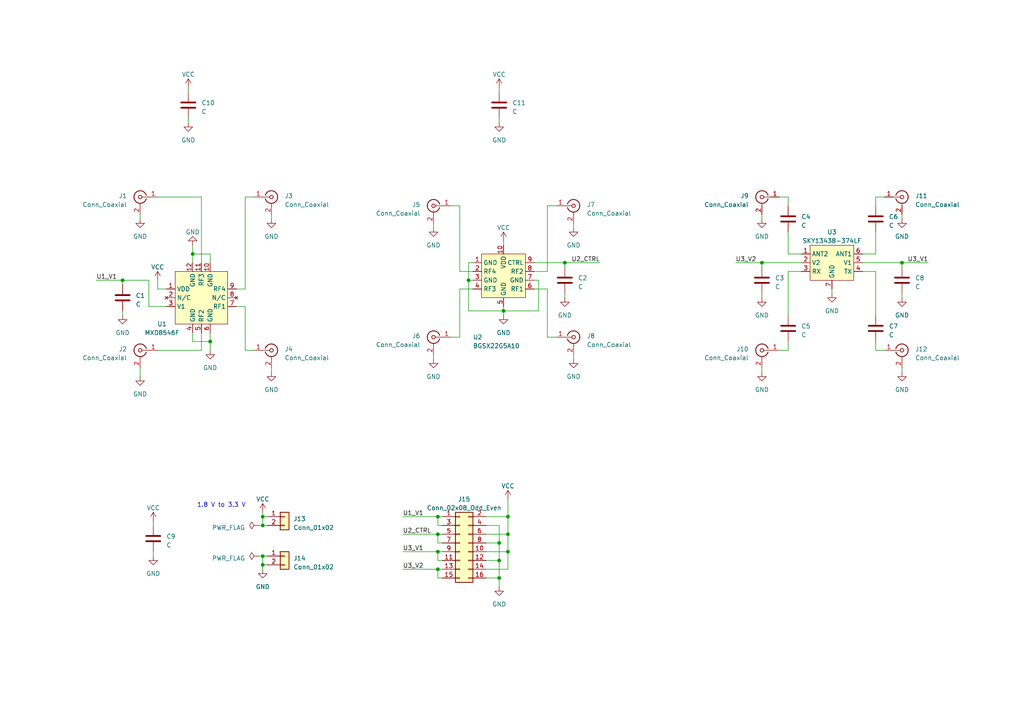
<source format=kicad_sch>
(kicad_sch (version 20230121) (generator eeschema)
  (paper "A4")
  (title_block (title "${TITLE}") (date "${DATE}") (rev "${VERSION}") (company "${COPYRIGHT}") (comment 1 "${LICENSE}"))
  (lib_symbols
    (symbol "Connector:Conn_Coaxial" (pin_names (offset 1.016) hide)
      (property "Reference" "J" (at 0.254 3.048 0))
      (property "Value" "Conn_Coaxial" (at 2.921 0 90))
      (symbol "Conn_Coaxial_0_1"
        (arc (start -1.778 -0.508) (mid 0.2311 -1.8066) (end 1.778 0) (stroke (width 0.254)))
        (polyline (pts (xy -2.54 0) (xy -0.508 0)))
        (polyline (pts (xy 0 -2.54) (xy 0 -1.778)))
        (circle (center 0 0) (radius 0.508) (stroke (width 0.2032)))
        (arc (start 1.778 0) (mid 0.2099 1.8101) (end -1.778 0.508) (stroke (width 0.254)))
      )
      (symbol "Conn_Coaxial_1_1"
        (pin passive line (at -5.08 0 0) (length 2.54) (name "In") (number "1"))
        (pin passive line (at 0 -5.08 90) (length 2.54) (name "Ext") (number "2"))
      )
    )
    (symbol "Connector_Generic:Conn_01x02" (pin_names (offset 1.016) hide)
      (property "Reference" "J" (at 0 2.54 0))
      (property "Value" "Conn_01x02" (at 0 -5.08 0))
      (symbol "Conn_01x02_1_1"
        (rectangle (start -1.27 -2.413) (end 0 -2.667) (stroke (width 0.1524)))
        (rectangle (start -1.27 0.127) (end 0 -0.127) (stroke (width 0.1524)))
        (rectangle (start -1.27 1.27) (end 1.27 -3.81) (stroke (width 0.254)) (fill (type background)))
        (pin passive line (at -5.08 0 0) (length 3.81) (name "Pin_1") (number "1"))
        (pin passive line (at -5.08 -2.54 0) (length 3.81) (name "Pin_2") (number "2"))
      )
    )
    (symbol "Connector_Generic:Conn_02x08_Odd_Even" (pin_names (offset 1.016) hide)
      (property "Reference" "J" (at 1.27 10.16 0))
      (property "Value" "Conn_02x08_Odd_Even" (at 1.27 -12.7 0))
      (symbol "Conn_02x08_Odd_Even_1_1"
        (rectangle (start -1.27 -10.033) (end 0 -10.287) (stroke (width 0.1524)))
        (rectangle (start -1.27 -7.493) (end 0 -7.747) (stroke (width 0.1524)))
        (rectangle (start -1.27 -4.953) (end 0 -5.207) (stroke (width 0.1524)))
        (rectangle (start -1.27 -2.413) (end 0 -2.667) (stroke (width 0.1524)))
        (rectangle (start -1.27 0.127) (end 0 -0.127) (stroke (width 0.1524)))
        (rectangle (start -1.27 2.667) (end 0 2.413) (stroke (width 0.1524)))
        (rectangle (start -1.27 5.207) (end 0 4.953) (stroke (width 0.1524)))
        (rectangle (start -1.27 7.747) (end 0 7.493) (stroke (width 0.1524)))
        (rectangle (start -1.27 8.89) (end 3.81 -11.43) (stroke (width 0.254)) (fill (type background)))
        (rectangle (start 3.81 -10.033) (end 2.54 -10.287) (stroke (width 0.1524)))
        (rectangle (start 3.81 -7.493) (end 2.54 -7.747) (stroke (width 0.1524)))
        (rectangle (start 3.81 -4.953) (end 2.54 -5.207) (stroke (width 0.1524)))
        (rectangle (start 3.81 -2.413) (end 2.54 -2.667) (stroke (width 0.1524)))
        (rectangle (start 3.81 0.127) (end 2.54 -0.127) (stroke (width 0.1524)))
        (rectangle (start 3.81 2.667) (end 2.54 2.413) (stroke (width 0.1524)))
        (rectangle (start 3.81 5.207) (end 2.54 4.953) (stroke (width 0.1524)))
        (rectangle (start 3.81 7.747) (end 2.54 7.493) (stroke (width 0.1524)))
        (pin passive line (at -5.08 7.62 0) (length 3.81) (name "Pin_1") (number "1"))
        (pin passive line (at 7.62 -2.54 180) (length 3.81) (name "Pin_10") (number "10"))
        (pin passive line (at -5.08 -5.08 0) (length 3.81) (name "Pin_11") (number "11"))
        (pin passive line (at 7.62 -5.08 180) (length 3.81) (name "Pin_12") (number "12"))
        (pin passive line (at -5.08 -7.62 0) (length 3.81) (name "Pin_13") (number "13"))
        (pin passive line (at 7.62 -7.62 180) (length 3.81) (name "Pin_14") (number "14"))
        (pin passive line (at -5.08 -10.16 0) (length 3.81) (name "Pin_15") (number "15"))
        (pin passive line (at 7.62 -10.16 180) (length 3.81) (name "Pin_16") (number "16"))
        (pin passive line (at 7.62 7.62 180) (length 3.81) (name "Pin_2") (number "2"))
        (pin passive line (at -5.08 5.08 0) (length 3.81) (name "Pin_3") (number "3"))
        (pin passive line (at 7.62 5.08 180) (length 3.81) (name "Pin_4") (number "4"))
        (pin passive line (at -5.08 2.54 0) (length 3.81) (name "Pin_5") (number "5"))
        (pin passive line (at 7.62 2.54 180) (length 3.81) (name "Pin_6") (number "6"))
        (pin passive line (at -5.08 0 0) (length 3.81) (name "Pin_7") (number "7"))
        (pin passive line (at 7.62 0 180) (length 3.81) (name "Pin_8") (number "8"))
        (pin passive line (at -5.08 -2.54 0) (length 3.81) (name "Pin_9") (number "9"))
      )
    )
    (symbol "Device:C" (pin_numbers hide) (pin_names (offset 0.254))
      (property "Reference" "C" (at 0.635 2.54 0))
      (property "Value" "C" (at 0.635 -2.54 0))
      (symbol "C_0_1"
        (polyline (pts (xy -2.032 -0.762) (xy 2.032 -0.762)) (stroke (width 0.508)))
        (polyline (pts (xy -2.032 0.762) (xy 2.032 0.762)) (stroke (width 0.508)))
      )
      (symbol "C_1_1"
        (pin passive line (at 0 3.81 270) (length 2.794) (name "~") (number "1"))
        (pin passive line (at 0 -3.81 90) (length 2.794) (name "~") (number "2"))
      )
    )
    (symbol "eval:BGSX22G5A10"
      (property "Reference" "U" (at 8.89 11.43 0))
      (property "Value" "BGSX22G5A10" (at 8.89 8.89 0))
      (symbol "BGSX22G5A10_1_1"
        (rectangle (start -6.35 6.35) (end 6.35 -6.35) (fill (type background)))
        (pin power_in line (at -8.89 3.81 0) (length 2.54) (name "GND") (number "1"))
        (pin power_in line (at 0 8.89 270) (length 2.54) (name "VDD") (number "10"))
        (pin passive line (at -8.89 1.27 0) (length 2.54) (name "RF4") (number "2"))
        (pin power_in line (at -8.89 -1.27 0) (length 2.54) (name "GND") (number "3"))
        (pin passive line (at -8.89 -3.81 0) (length 2.54) (name "RF3") (number "4"))
        (pin power_in line (at 0 -8.89 90) (length 2.54) (name "GND") (number "5"))
        (pin passive line (at 8.89 -3.81 180) (length 2.54) (name "RF1") (number "6"))
        (pin power_in line (at 8.89 -1.27 180) (length 2.54) (name "GND") (number "7"))
        (pin passive line (at 8.89 1.27 180) (length 2.54) (name "RF2") (number "8"))
        (pin input line (at 8.89 3.81 180) (length 2.54) (name "CTRL") (number "9"))
      )
    )
    (symbol "eval:MXD8546F"
      (property "Reference" "U" (at 0 0 0))
      (property "Value" "MXD8546F" (at 10.16 -10.16 0))
      (symbol "MXD8546F_1_1"
        (rectangle (start -7.62 7.62) (end 7.62 -7.62) (fill (type background)))
        (pin power_in line (at -10.16 2.54 0) (length 2.54) (name "VDD") (number "1"))
        (pin power_in line (at 2.54 10.16 270) (length 2.54) (name "GND") (number "10"))
        (pin passive line (at 0 10.16 270) (length 2.54) (name "RF3") (number "11"))
        (pin power_in line (at -2.54 10.16 270) (length 2.54) (name "GND") (number "12"))
        (pin power_in line (at -2.54 10.16 270) (length 2.54) hide (name "GND") (number "13"))
        (pin no_connect line (at -10.16 0 0) (length 2.54) (name "N/C") (number "2"))
        (pin input line (at -10.16 -2.54 0) (length 2.54) (name "V1") (number "3"))
        (pin power_in line (at -2.54 -10.16 90) (length 2.54) (name "GND") (number "4"))
        (pin passive line (at 0 -10.16 90) (length 2.54) (name "RF2") (number "5"))
        (pin power_in line (at 2.54 -10.16 90) (length 2.54) (name "GND") (number "6"))
        (pin passive line (at 10.16 -2.54 180) (length 2.54) (name "RF1") (number "7"))
        (pin no_connect line (at 10.16 0 180) (length 2.54) (name "N/C") (number "8"))
        (pin passive line (at 10.16 2.54 180) (length 2.54) (name "RF4") (number "9"))
      )
    )
    (symbol "eval:SKY13438-374LF"
      (property "Reference" "U" (at 0 8.89 0))
      (property "Value" "SKY13438-374LF" (at 0 6.35 0))
      (symbol "SKY13438-374LF_1_1"
        (rectangle (start -6.35 5.08) (end 6.35 -5.08) (fill (type background)))
        (pin passive line (at -8.89 2.54 0) (length 2.54) (name "ANT2") (number "1"))
        (pin input line (at -8.89 0 0) (length 2.54) (name "V2") (number "2"))
        (pin passive line (at -8.89 -2.54 0) (length 2.54) (name "RX") (number "3"))
        (pin passive line (at 8.89 -2.54 180) (length 2.54) (name "TX") (number "4"))
        (pin input line (at 8.89 0 180) (length 2.54) (name "V1") (number "5"))
        (pin passive line (at 8.89 2.54 180) (length 2.54) (name "ANT1") (number "6"))
        (pin power_in line (at 0 -7.62 90) (length 2.54) (name "GND") (number "7"))
      )
    )
    (symbol "power:GND" (power) (pin_names (offset 0))
      (property "Value" "GND" (at 0 -3.81 0))
      (symbol "GND_0_1"
        (polyline (pts (xy 0 0) (xy 0 -1.27) (xy 1.27 -1.27) (xy 0 -2.54) (xy -1.27 -1.27) (xy 0 -1.27)))
      )
      (symbol "GND_1_1"
        (pin power_in line (at 0 0 270) (length 0) hide (name "GND") (number "1"))
      )
    )
    (symbol "power:PWR_FLAG" (power) (pin_numbers hide) (pin_names (offset 0) hide)
      (property "Value" "PWR_FLAG" (at 0 3.81 0))
      (symbol "PWR_FLAG_0_0"
        (pin power_out line (at 0 0 90) (length 0) (name "pwr") (number "1"))
      )
      (symbol "PWR_FLAG_0_1"
        (polyline (pts (xy 0 0) (xy 0 1.27) (xy -1.016 1.905) (xy 0 2.54) (xy 1.016 1.905) (xy 0 1.27)))
      )
    )
    (symbol "power:VCC" (power) (pin_names (offset 0))
      (property "Value" "VCC" (at 0 3.81 0))
      (symbol "VCC_0_1"
        (polyline (pts (xy -0.762 1.27) (xy 0 2.54)))
        (polyline (pts (xy 0 0) (xy 0 2.54)))
        (polyline (pts (xy 0 2.54) (xy 0.762 1.27)))
      )
      (symbol "VCC_1_1"
        (pin power_in line (at 0 0 90) (length 0) hide (name "VCC") (number "1"))
      )
    )
  )
  (junction (at 127 154.94))
  (junction (at 163.83 76.2))
  (junction (at 147.32 154.94))
  (junction (at 147.32 149.86))
  (junction (at 35.56 81.28))
  (junction (at 127 160.02))
  (junction (at 127 165.1))
  (junction (at 261.62 76.2))
  (junction (at 76.2 163.83))
  (junction (at 127 149.86))
  (junction (at 144.78 162.56))
  (junction (at 147.32 160.02))
  (junction (at 55.88 73.66))
  (junction (at 135.89 81.28))
  (junction (at 76.2 149.86))
  (junction (at 60.96 99.06))
  (junction (at 76.2 152.4))
  (junction (at 144.78 167.64))
  (junction (at 144.78 157.48))
  (junction (at 146.05 90.17))
  (junction (at 220.98 76.2))
  (junction (at 76.2 161.29))
  (wire (pts (xy 127 160.02) (xy 128.27 160.02)))
  (wire (pts (xy 133.35 59.69) (xy 130.81 59.69)))
  (wire (pts (xy 228.6 78.74) (xy 232.41 78.74)))
  (wire (pts (xy 254 78.74) (xy 254 91.44)))
  (wire (pts (xy 137.16 76.2) (xy 135.89 76.2)))
  (wire (pts (xy 58.42 96.52) (xy 58.42 101.6)))
  (wire (pts (xy 254 99.06) (xy 254 101.6)))
  (wire (pts (xy 147.32 149.86) (xy 147.32 154.94)))
  (wire (pts (xy 40.64 106.68) (xy 40.64 109.22)))
  (wire (pts (xy 228.6 78.74) (xy 228.6 91.44)))
  (wire (pts (xy 140.97 152.4) (xy 144.78 152.4)))
  (wire (pts (xy 71.12 88.9) (xy 71.12 101.6)))
  (wire (pts (xy 261.62 76.2) (xy 269.24 76.2)))
  (wire (pts (xy 254 57.15) (xy 256.54 57.15)))
  (wire (pts (xy 163.83 76.2) (xy 163.83 77.47)))
  (wire (pts (xy 220.98 76.2) (xy 232.41 76.2)))
  (wire (pts (xy 133.35 97.79) (xy 130.81 97.79)))
  (wire (pts (xy 146.05 88.9) (xy 146.05 90.17)))
  (wire (pts (xy 137.16 78.74) (xy 133.35 78.74)))
  (wire (pts (xy 147.32 160.02) (xy 147.32 165.1)))
  (wire (pts (xy 144.78 157.48) (xy 144.78 162.56)))
  (wire (pts (xy 135.89 76.2) (xy 135.89 81.28)))
  (wire (pts (xy 241.3 83.82) (xy 241.3 85.09)))
  (wire (pts (xy 158.75 83.82) (xy 158.75 97.79)))
  (wire (pts (xy 44.45 160.02) (xy 44.45 161.29)))
  (wire (pts (xy 127 160.02) (xy 127 162.56)))
  (wire (pts (xy 76.2 152.4) (xy 77.47 152.4)))
  (wire (pts (xy 68.58 88.9) (xy 71.12 88.9)))
  (wire (pts (xy 45.72 83.82) (xy 48.26 83.82)))
  (wire (pts (xy 54.61 34.29) (xy 54.61 35.56)))
  (wire (pts (xy 55.88 73.66) (xy 60.96 73.66)))
  (wire (pts (xy 254 67.31) (xy 254 73.66)))
  (wire (pts (xy 40.64 62.23) (xy 40.64 63.5)))
  (wire (pts (xy 154.94 78.74) (xy 158.75 78.74)))
  (wire (pts (xy 140.97 160.02) (xy 147.32 160.02)))
  (wire (pts (xy 45.72 81.28) (xy 45.72 83.82)))
  (wire (pts (xy 127 149.86) (xy 128.27 149.86)))
  (wire (pts (xy 166.37 102.87) (xy 166.37 104.14)))
  (wire (pts (xy 60.96 99.06) (xy 60.96 101.6)))
  (wire (pts (xy 220.98 62.23) (xy 220.98 63.5)))
  (wire (pts (xy 220.98 76.2) (xy 220.98 77.47)))
  (wire (pts (xy 71.12 83.82) (xy 71.12 57.15)))
  (wire (pts (xy 166.37 64.77) (xy 166.37 66.04)))
  (wire (pts (xy 254 101.6) (xy 256.54 101.6)))
  (wire (pts (xy 137.16 83.82) (xy 133.35 83.82)))
  (wire (pts (xy 220.98 106.68) (xy 220.98 107.95)))
  (wire (pts (xy 163.83 76.2) (xy 173.99 76.2)))
  (wire (pts (xy 76.2 161.29) (xy 77.47 161.29)))
  (wire (pts (xy 127 154.94) (xy 127 157.48)))
  (wire (pts (xy 140.97 154.94) (xy 147.32 154.94)))
  (wire (pts (xy 43.18 81.28) (xy 43.18 88.9)))
  (wire (pts (xy 144.78 167.64) (xy 144.78 170.18)))
  (wire (pts (xy 144.78 152.4) (xy 144.78 157.48)))
  (wire (pts (xy 60.96 96.52) (xy 60.96 99.06)))
  (wire (pts (xy 154.94 81.28) (xy 156.21 81.28)))
  (wire (pts (xy 220.98 85.09) (xy 220.98 86.36)))
  (wire (pts (xy 261.62 62.23) (xy 261.62 63.5)))
  (wire (pts (xy 76.2 149.86) (xy 77.47 149.86)))
  (wire (pts (xy 128.27 162.56) (xy 127 162.56)))
  (wire (pts (xy 58.42 76.2) (xy 58.42 57.15)))
  (wire (pts (xy 127 154.94) (xy 128.27 154.94)))
  (wire (pts (xy 116.84 154.94) (xy 127 154.94)))
  (wire (pts (xy 78.74 106.68) (xy 78.74 107.95)))
  (wire (pts (xy 125.73 64.77) (xy 125.73 66.04)))
  (wire (pts (xy 127 167.64) (xy 128.27 167.64)))
  (wire (pts (xy 146.05 90.17) (xy 146.05 91.44)))
  (wire (pts (xy 127 165.1) (xy 128.27 165.1)))
  (wire (pts (xy 43.18 88.9) (xy 48.26 88.9)))
  (wire (pts (xy 116.84 165.1) (xy 127 165.1)))
  (wire (pts (xy 35.56 81.28) (xy 35.56 82.55)))
  (wire (pts (xy 55.88 96.52) (xy 55.88 99.06)))
  (wire (pts (xy 74.93 161.29) (xy 76.2 161.29)))
  (wire (pts (xy 135.89 81.28) (xy 137.16 81.28)))
  (wire (pts (xy 228.6 57.15) (xy 226.06 57.15)))
  (wire (pts (xy 127 157.48) (xy 128.27 157.48)))
  (wire (pts (xy 140.97 149.86) (xy 147.32 149.86)))
  (wire (pts (xy 228.6 99.06) (xy 228.6 101.6)))
  (wire (pts (xy 76.2 165.1) (xy 76.2 163.83)))
  (wire (pts (xy 228.6 57.15) (xy 228.6 59.69)))
  (wire (pts (xy 135.89 90.17) (xy 146.05 90.17)))
  (wire (pts (xy 144.78 162.56) (xy 144.78 167.64)))
  (wire (pts (xy 250.19 78.74) (xy 254 78.74)))
  (wire (pts (xy 158.75 97.79) (xy 161.29 97.79)))
  (wire (pts (xy 35.56 81.28) (xy 43.18 81.28)))
  (wire (pts (xy 55.88 71.12) (xy 55.88 73.66)))
  (wire (pts (xy 250.19 73.66) (xy 254 73.66)))
  (wire (pts (xy 133.35 83.82) (xy 133.35 97.79)))
  (wire (pts (xy 27.94 81.28) (xy 35.56 81.28)))
  (wire (pts (xy 60.96 99.06) (xy 55.88 99.06)))
  (wire (pts (xy 140.97 162.56) (xy 144.78 162.56)))
  (wire (pts (xy 76.2 149.86) (xy 76.2 152.4)))
  (wire (pts (xy 74.93 152.4) (xy 76.2 152.4)))
  (wire (pts (xy 228.6 73.66) (xy 232.41 73.66)))
  (wire (pts (xy 154.94 76.2) (xy 163.83 76.2)))
  (wire (pts (xy 78.74 62.23) (xy 78.74 63.5)))
  (wire (pts (xy 261.62 85.09) (xy 261.62 86.36)))
  (wire (pts (xy 146.05 90.17) (xy 156.21 90.17)))
  (wire (pts (xy 44.45 151.13) (xy 44.45 152.4)))
  (wire (pts (xy 163.83 85.09) (xy 163.83 86.36)))
  (wire (pts (xy 71.12 57.15) (xy 73.66 57.15)))
  (wire (pts (xy 213.36 76.2) (xy 220.98 76.2)))
  (wire (pts (xy 147.32 154.94) (xy 147.32 160.02)))
  (wire (pts (xy 127 149.86) (xy 127 152.4)))
  (wire (pts (xy 140.97 165.1) (xy 147.32 165.1)))
  (wire (pts (xy 146.05 69.85) (xy 146.05 71.12)))
  (wire (pts (xy 76.2 163.83) (xy 76.2 161.29)))
  (wire (pts (xy 228.6 67.31) (xy 228.6 73.66)))
  (wire (pts (xy 261.62 76.2) (xy 261.62 77.47)))
  (wire (pts (xy 147.32 144.78) (xy 147.32 149.86)))
  (wire (pts (xy 71.12 101.6) (xy 73.66 101.6)))
  (wire (pts (xy 116.84 160.02) (xy 127 160.02)))
  (wire (pts (xy 76.2 163.83) (xy 77.47 163.83)))
  (wire (pts (xy 128.27 152.4) (xy 127 152.4)))
  (wire (pts (xy 58.42 101.6) (xy 45.72 101.6)))
  (wire (pts (xy 133.35 78.74) (xy 133.35 59.69)))
  (wire (pts (xy 154.94 83.82) (xy 158.75 83.82)))
  (wire (pts (xy 158.75 59.69) (xy 161.29 59.69)))
  (wire (pts (xy 140.97 167.64) (xy 144.78 167.64)))
  (wire (pts (xy 127 165.1) (xy 127 167.64)))
  (wire (pts (xy 60.96 76.2) (xy 60.96 73.66)))
  (wire (pts (xy 144.78 34.29) (xy 144.78 35.56)))
  (wire (pts (xy 68.58 83.82) (xy 71.12 83.82)))
  (wire (pts (xy 250.19 76.2) (xy 261.62 76.2)))
  (wire (pts (xy 116.84 149.86) (xy 127 149.86)))
  (wire (pts (xy 125.73 102.87) (xy 125.73 104.14)))
  (wire (pts (xy 144.78 25.4) (xy 144.78 26.67)))
  (wire (pts (xy 228.6 101.6) (xy 226.06 101.6)))
  (wire (pts (xy 254 57.15) (xy 254 59.69)))
  (wire (pts (xy 158.75 78.74) (xy 158.75 59.69)))
  (wire (pts (xy 54.61 25.4) (xy 54.61 26.67)))
  (wire (pts (xy 45.72 57.15) (xy 58.42 57.15)))
  (wire (pts (xy 135.89 81.28) (xy 135.89 90.17)))
  (wire (pts (xy 156.21 81.28) (xy 156.21 90.17)))
  (wire (pts (xy 76.2 148.59) (xy 76.2 149.86)))
  (wire (pts (xy 35.56 90.17) (xy 35.56 91.44)))
  (wire (pts (xy 261.62 106.68) (xy 261.62 107.95)))
  (wire (pts (xy 140.97 157.48) (xy 144.78 157.48)))
  (wire (pts (xy 55.88 73.66) (xy 55.88 76.2)))
  (text "1.8 V to 3.3 V" (at 57.15 147.32 0) (effects (font (size 1.27 1.27)) (justify left bottom)))
  (label "U1_V1" (at 116.84 149.86 0))
  (label "U3_V2" (at 116.84 165.1 0))
  (label "U1_V1" (at 27.94 81.28 0))
  (label "U2_CTRL" (at 173.99 76.2 180))
  (label "U3_V1" (at 269.24 76.2 180))
  (label "U2_CTRL" (at 116.84 154.94 0))
  (label "U3_V1" (at 116.84 160.02 0))
  (label "U3_V2" (at 213.36 76.2 0))
  (symbol (lib_id "Connector:Conn_Coaxial") (at 261.62 57.15 0) (unit 1)
    (property "Reference" "J11" (at 265.43 56.8082 0) (effects (justify left)))
    (property "Value" "Conn_Coaxial" (at 265.43 59.3482 0) (effects (justify left)))
    (property "Footprint" "eval:CONSMA003.062" (effects hide))
    (property "Datasheet" " ~" (effects hide))
  )
  (symbol (lib_id "power:GND") (at 220.98 86.36 0) (unit 1)
    (property "Reference" "#PWR017" (effects hide))
    (property "Value" "GND" (at 220.98 91.44 0))
  )
  (symbol (lib_id "power:GND") (at 261.62 63.5 0) (unit 1)
    (property "Reference" "#PWR020" (effects hide))
    (property "Value" "GND" (at 261.62 68.58 0))
  )
  (symbol (lib_id "power:GND") (at 40.64 63.5 0) (unit 1)
    (property "Reference" "#PWR02" (effects hide))
    (property "Value" "GND" (at 40.64 68.58 0))
  )
  (symbol (lib_id "Connector_Generic:Conn_01x02") (at 82.55 149.86 0) (unit 1)
    (property "Reference" "J13" (at 85.09 150.495 0) (effects (justify left)))
    (property "Value" "Conn_01x02" (at 85.09 153.035 0) (effects (justify left)))
    (property "Footprint" "Connector_PinHeader_2.54mm:PinHeader_1x02_P2.54mm_Vertical" (effects hide))
  )
  (symbol (lib_id "Device:C") (at 144.78 30.48 0) (unit 1)
    (property "Reference" "C11" (at 148.59 29.845 0) (effects (justify left)))
    (property "Value" "C" (at 148.59 32.385 0) (effects (justify left)))
    (property "Footprint" "Capacitor_SMD:C_0402_1005Metric" (effects hide))
  )
  (symbol (lib_id "power:GND") (at 76.2 165.1 0) (unit 1)
    (property "Reference" "#PWR026" (effects hide))
    (property "Value" "GND" (at 76.2 170.18 0))
  )
  (symbol (lib_id "eval:MXD8546F") (at 58.42 86.36 0) (unit 1)
    (property "Reference" "U1" (at 46.99 93.98 0))
    (property "Value" "MXD8546F" (at 46.99 96.52 0))
    (property "Footprint" "eval:QFN-12-1EP_2x2mm_P0.5mm_EP1x1mm" (effects hide))
    (property "Datasheet" "https://datasheet.lcsc.com/lcsc/1912121108_Maxscend-MXD8546F_C285564.pdf" (effects hide))
  )
  (symbol (lib_id "power:GND") (at 54.61 35.56 0) (unit 1)
    (property "Reference" "#PWR030" (effects hide))
    (property "Value" "GND" (at 54.61 40.64 0))
  )
  (symbol (lib_id "power:VCC") (at 146.05 69.85 0) (unit 1)
    (property "Reference" "#PWR011" (effects hide))
    (property "Value" "VCC" (at 146.05 66.04 0))
  )
  (symbol (lib_id "power:GND") (at 35.56 91.44 0) (unit 1)
    (property "Reference" "#PWR01" (effects hide))
    (property "Value" "GND" (at 35.56 96.52 0))
  )
  (symbol (lib_id "power:GND") (at 166.37 104.14 0) (unit 1)
    (property "Reference" "#PWR015" (effects hide))
    (property "Value" "GND" (at 166.37 109.22 0))
  )
  (symbol (lib_id "Connector:Conn_Coaxial") (at 261.62 101.6 0) (unit 1)
    (property "Reference" "J12" (at 265.43 101.2582 0) (effects (justify left)))
    (property "Value" "Conn_Coaxial" (at 265.43 103.7982 0) (effects (justify left)))
    (property "Footprint" "eval:CONSMA003.062" (effects hide))
    (property "Datasheet" " ~" (effects hide))
  )
  (symbol (lib_id "power:VCC") (at 147.32 144.78 0) (unit 1)
    (property "Reference" "#PWR028" (effects hide))
    (property "Value" "VCC" (at 147.32 140.97 0))
  )
  (symbol (lib_id "power:GND") (at 241.3 85.09 0) (unit 1)
    (property "Reference" "#PWR019" (effects hide))
    (property "Value" "GND" (at 241.3 90.17 0))
  )
  (symbol (lib_id "power:GND") (at 60.96 101.6 0) (unit 1)
    (property "Reference" "#PWR06" (effects hide))
    (property "Value" "GND" (at 60.96 106.68 0))
  )
  (symbol (lib_id "power:GND") (at 146.05 91.44 0) (unit 1)
    (property "Reference" "#PWR012" (effects hide))
    (property "Value" "GND" (at 146.05 96.52 0))
  )
  (symbol (lib_id "Device:C") (at 228.6 95.25 0) (unit 1)
    (property "Reference" "C5" (at 232.41 94.615 0) (effects (justify left)))
    (property "Value" "C" (at 232.41 97.155 0) (effects (justify left)))
    (property "Footprint" "Capacitor_SMD:C_0402_1005Metric" (effects hide))
  )
  (symbol (lib_id "power:GND") (at 166.37 66.04 0) (unit 1)
    (property "Reference" "#PWR014" (effects hide))
    (property "Value" "GND" (at 166.37 71.12 0))
  )
  (symbol (lib_id "power:PWR_FLAG") (at 74.93 152.4 90) (unit 1)
    (property "Reference" "#FLG01" (effects hide))
    (property "Value" "PWR_FLAG" (at 71.12 153.035 90) (effects (justify left)))
  )
  (symbol (lib_id "Connector:Conn_Coaxial") (at 125.73 59.69 0) (mirror y) (unit 1)
    (property "Reference" "J5" (at 121.92 59.3482 0) (effects (justify left)))
    (property "Value" "Conn_Coaxial" (at 121.92 61.8882 0) (effects (justify left)))
    (property "Footprint" "eval:CONSMA003.062" (effects hide))
    (property "Datasheet" " ~" (effects hide))
  )
  (symbol (lib_id "Connector:Conn_Coaxial") (at 166.37 59.69 0) (unit 1)
    (property "Reference" "J7" (at 170.18 59.3482 0) (effects (justify left)))
    (property "Value" "Conn_Coaxial" (at 170.18 61.8882 0) (effects (justify left)))
    (property "Footprint" "eval:CONSMA003.062" (effects hide))
    (property "Datasheet" " ~" (effects hide))
  )
  (symbol (lib_id "Device:C") (at 261.62 81.28 0) (unit 1)
    (property "Reference" "C8" (at 265.43 80.645 0) (effects (justify left)))
    (property "Value" "C" (at 265.43 83.185 0) (effects (justify left)))
    (property "Footprint" "Capacitor_SMD:C_0402_1005Metric" (effects hide))
  )
  (symbol (lib_id "power:PWR_FLAG") (at 74.93 161.29 90) (unit 1)
    (property "Reference" "#FLG02" (effects hide))
    (property "Value" "PWR_FLAG" (at 71.12 161.925 90) (effects (justify left)))
  )
  (symbol (lib_id "Device:C") (at 220.98 81.28 0) (unit 1)
    (property "Reference" "C3" (at 224.79 80.645 0) (effects (justify left)))
    (property "Value" "C" (at 224.79 83.185 0) (effects (justify left)))
    (property "Footprint" "Capacitor_SMD:C_0402_1005Metric" (effects hide))
  )
  (symbol (lib_id "power:GND") (at 125.73 104.14 0) (unit 1)
    (property "Reference" "#PWR010" (effects hide))
    (property "Value" "GND" (at 125.73 109.22 0))
  )
  (symbol (lib_id "Connector:Conn_Coaxial") (at 220.98 101.6 0) (mirror y) (unit 1)
    (property "Reference" "J10" (at 217.17 101.2582 0) (effects (justify left)))
    (property "Value" "Conn_Coaxial" (at 217.17 103.7982 0) (effects (justify left)))
    (property "Footprint" "eval:CONSMA003.062" (effects hide))
    (property "Datasheet" " ~" (effects hide))
  )
  (symbol (lib_id "power:GND") (at 78.74 63.5 0) (unit 1)
    (property "Reference" "#PWR07" (effects hide))
    (property "Value" "GND" (at 78.74 68.58 0))
  )
  (symbol (lib_id "eval:BGSX22G5A10") (at 146.05 80.01 0) (unit 1)
    (property "Reference" "U2" (at 137.16 97.79 0) (effects (justify left)))
    (property "Value" "BGSX22G5A10" (at 137.16 100.33 0) (effects (justify left)))
    (property "Footprint" "eval:ATSLP-10-50" (effects hide))
    (property "Datasheet" "https://www.infineon.com/dgdl/Infineon-BGSX22G5A10-DataSheet-v08_06-EN.pdf?fileId=5546d4627617cd830176232e4ff77add" (effects hide))
  )
  (symbol (lib_id "power:VCC") (at 54.61 25.4 0) (unit 1)
    (property "Reference" "#PWR029" (effects hide))
    (property "Value" "VCC" (at 54.61 21.59 0))
  )
  (symbol (lib_id "power:GND") (at 55.88 71.12 180) (unit 1)
    (property "Reference" "#PWR05" (effects hide))
    (property "Value" "GND" (at 55.88 67.31 0))
  )
  (symbol (lib_id "power:GND") (at 220.98 107.95 0) (unit 1)
    (property "Reference" "#PWR018" (effects hide))
    (property "Value" "GND" (at 220.98 113.03 0))
  )
  (symbol (lib_id "Device:C") (at 163.83 81.28 0) (unit 1)
    (property "Reference" "C2" (at 167.64 80.645 0) (effects (justify left)))
    (property "Value" "C" (at 167.64 83.185 0) (effects (justify left)))
    (property "Footprint" "Capacitor_SMD:C_0402_1005Metric" (effects hide))
  )
  (symbol (lib_id "power:GND") (at 125.73 66.04 0) (unit 1)
    (property "Reference" "#PWR09" (effects hide))
    (property "Value" "GND" (at 125.73 71.12 0))
  )
  (symbol (lib_id "Connector:Conn_Coaxial") (at 220.98 57.15 0) (mirror y) (unit 1)
    (property "Reference" "J9" (at 217.17 56.8082 0) (effects (justify left)))
    (property "Value" "Conn_Coaxial" (at 217.17 59.3482 0) (effects (justify left)))
    (property "Footprint" "eval:CONSMA003.062" (effects hide))
    (property "Datasheet" " ~" (effects hide))
  )
  (symbol (lib_id "power:GND") (at 40.64 109.22 0) (unit 1)
    (property "Reference" "#PWR03" (effects hide))
    (property "Value" "GND" (at 40.64 114.3 0))
  )
  (symbol (lib_id "Connector:Conn_Coaxial") (at 78.74 101.6 0) (unit 1)
    (property "Reference" "J4" (at 82.55 101.2582 0) (effects (justify left)))
    (property "Value" "Conn_Coaxial" (at 82.55 103.7982 0) (effects (justify left)))
    (property "Footprint" "eval:CONSMA003.062" (effects hide))
    (property "Datasheet" " ~" (effects hide))
  )
  (symbol (lib_id "power:GND") (at 78.74 107.95 0) (unit 1)
    (property "Reference" "#PWR08" (effects hide))
    (property "Value" "GND" (at 78.74 113.03 0))
  )
  (symbol (lib_id "power:VCC") (at 144.78 25.4 0) (unit 1)
    (property "Reference" "#PWR031" (effects hide))
    (property "Value" "VCC" (at 144.78 21.59 0))
  )
  (symbol (lib_id "Connector:Conn_Coaxial") (at 125.73 97.79 0) (mirror y) (unit 1)
    (property "Reference" "J6" (at 121.92 97.4482 0) (effects (justify left)))
    (property "Value" "Conn_Coaxial" (at 121.92 99.9882 0) (effects (justify left)))
    (property "Footprint" "eval:CONSMA003.062" (effects hide))
    (property "Datasheet" " ~" (effects hide))
  )
  (symbol (lib_id "power:GND") (at 261.62 107.95 0) (unit 1)
    (property "Reference" "#PWR022" (effects hide))
    (property "Value" "GND" (at 261.62 113.03 0))
  )
  (symbol (lib_id "Connector:Conn_Coaxial") (at 40.64 57.15 0) (mirror y) (unit 1)
    (property "Reference" "J1" (at 36.83 56.8082 0) (effects (justify left)))
    (property "Value" "Conn_Coaxial" (at 36.83 59.3482 0) (effects (justify left)))
    (property "Footprint" "eval:CONSMA003.062" (effects hide))
    (property "Datasheet" " ~" (effects hide))
  )
  (symbol (lib_id "Connector_Generic:Conn_01x02") (at 82.55 161.29 0) (unit 1)
    (property "Reference" "J14" (at 85.09 161.925 0) (effects (justify left)))
    (property "Value" "Conn_01x02" (at 85.09 164.465 0) (effects (justify left)))
    (property "Footprint" "Connector_PinHeader_2.54mm:PinHeader_1x02_P2.54mm_Vertical" (effects hide))
  )
  (symbol (lib_id "power:GND") (at 144.78 170.18 0) (unit 1)
    (property "Reference" "#PWR027" (effects hide))
    (property "Value" "GND" (at 144.78 175.26 0))
  )
  (symbol (lib_id "Device:C") (at 54.61 30.48 0) (unit 1)
    (property "Reference" "C10" (at 58.42 29.845 0) (effects (justify left)))
    (property "Value" "C" (at 58.42 32.385 0) (effects (justify left)))
    (property "Footprint" "Capacitor_SMD:C_0402_1005Metric" (effects hide))
  )
  (symbol (lib_id "Connector:Conn_Coaxial") (at 78.74 57.15 0) (unit 1)
    (property "Reference" "J3" (at 82.55 56.8082 0) (effects (justify left)))
    (property "Value" "Conn_Coaxial" (at 82.55 59.3482 0) (effects (justify left)))
    (property "Footprint" "eval:CONSMA003.062" (effects hide))
    (property "Datasheet" " ~" (effects hide))
  )
  (symbol (lib_id "power:GND") (at 163.83 86.36 0) (unit 1)
    (property "Reference" "#PWR013" (effects hide))
    (property "Value" "GND" (at 163.83 91.44 0))
  )
  (symbol (lib_id "power:GND") (at 144.78 35.56 0) (unit 1)
    (property "Reference" "#PWR032" (effects hide))
    (property "Value" "GND" (at 144.78 40.64 0))
  )
  (symbol (lib_id "Device:C") (at 254 63.5 0) (unit 1)
    (property "Reference" "C6" (at 257.81 62.865 0) (effects (justify left)))
    (property "Value" "C" (at 257.81 65.405 0) (effects (justify left)))
    (property "Footprint" "Capacitor_SMD:C_0402_1005Metric" (effects hide))
  )
  (symbol (lib_id "Device:C") (at 35.56 86.36 0) (unit 1)
    (property "Reference" "C1" (at 39.37 85.725 0) (effects (justify left)))
    (property "Value" "C" (at 39.37 88.265 0) (effects (justify left)))
    (property "Footprint" "Capacitor_SMD:C_0402_1005Metric" (effects hide))
  )
  (symbol (lib_id "power:GND") (at 220.98 63.5 0) (unit 1)
    (property "Reference" "#PWR016" (effects hide))
    (property "Value" "GND" (at 220.98 68.58 0))
  )
  (symbol (lib_id "power:VCC") (at 45.72 81.28 0) (unit 1)
    (property "Reference" "#PWR04" (effects hide))
    (property "Value" "VCC" (at 45.72 77.47 0))
  )
  (symbol (lib_id "power:GND") (at 261.62 86.36 0) (unit 1)
    (property "Reference" "#PWR021" (effects hide))
    (property "Value" "GND" (at 261.62 91.44 0))
  )
  (symbol (lib_id "Connector:Conn_Coaxial") (at 40.64 101.6 0) (mirror y) (unit 1)
    (property "Reference" "J2" (at 36.83 101.2582 0) (effects (justify left)))
    (property "Value" "Conn_Coaxial" (at 36.83 103.7982 0) (effects (justify left)))
    (property "Footprint" "eval:CONSMA003.062" (effects hide))
    (property "Datasheet" " ~" (effects hide))
  )
  (symbol (lib_id "Device:C") (at 254 95.25 0) (unit 1)
    (property "Reference" "C7" (at 257.81 94.615 0) (effects (justify left)))
    (property "Value" "C" (at 257.81 97.155 0) (effects (justify left)))
    (property "Footprint" "Capacitor_SMD:C_0402_1005Metric" (effects hide))
  )
  (symbol (lib_id "Connector:Conn_Coaxial") (at 166.37 97.79 0) (unit 1)
    (property "Reference" "J8" (at 170.18 97.4482 0) (effects (justify left)))
    (property "Value" "Conn_Coaxial" (at 170.18 99.9882 0) (effects (justify left)))
    (property "Footprint" "eval:CONSMA003.062" (effects hide))
    (property "Datasheet" " ~" (effects hide))
  )
  (symbol (lib_id "Device:C") (at 44.45 156.21 0) (unit 1)
    (property "Reference" "C9" (at 48.26 155.575 0) (effects (justify left)))
    (property "Value" "C" (at 48.26 158.115 0) (effects (justify left)))
    (property "Footprint" "Capacitor_SMD:C_0402_1005Metric" (effects hide))
  )
  (symbol (lib_id "eval:SKY13438-374LF") (at 241.3 76.2 0) (unit 1)
    (property "Reference" "U3" (at 241.3 67.31 0))
    (property "Value" "SKY13438-374LF" (at 241.3 69.85 0))
    (property "Footprint" "RF:Skyworks_SKY65404-31" (effects hide))
    (property "Datasheet" "https://www.skyworksinc.com/-/media/SkyWorks/Documents/Products/1801-1900/SKY13438_374LF_201844B.pdf" (effects hide))
  )
  (symbol (lib_id "power:VCC") (at 44.45 151.13 0) (unit 1)
    (property "Reference" "#PWR023" (effects hide))
    (property "Value" "VCC" (at 44.45 147.32 0))
  )
  (symbol (lib_id "Connector_Generic:Conn_02x08_Odd_Even") (at 133.35 157.48 0) (unit 1)
    (property "Reference" "J15" (at 134.62 144.78 0))
    (property "Value" "Conn_02x08_Odd_Even" (at 134.62 147.32 0))
    (property "Footprint" "Connector_PinHeader_2.54mm:PinHeader_2x08_P2.54mm_Vertical" (effects hide))
  )
  (symbol (lib_id "power:GND") (at 44.45 161.29 0) (unit 1)
    (property "Reference" "#PWR024" (effects hide))
    (property "Value" "GND" (at 44.45 166.37 0))
  )
  (symbol (lib_id "power:VCC") (at 76.2 148.59 0) (unit 1)
    (property "Reference" "#PWR025" (effects hide))
    (property "Value" "VCC" (at 76.2 144.78 0))
  )
  (symbol (lib_id "Device:C") (at 228.6 63.5 0) (unit 1)
    (property "Reference" "C4" (at 232.41 62.865 0) (effects (justify left)))
    (property "Value" "C" (at 232.41 65.405 0) (effects (justify left)))
    (property "Footprint" "Capacitor_SMD:C_0402_1005Metric" (effects hide))
  )
)
</source>
